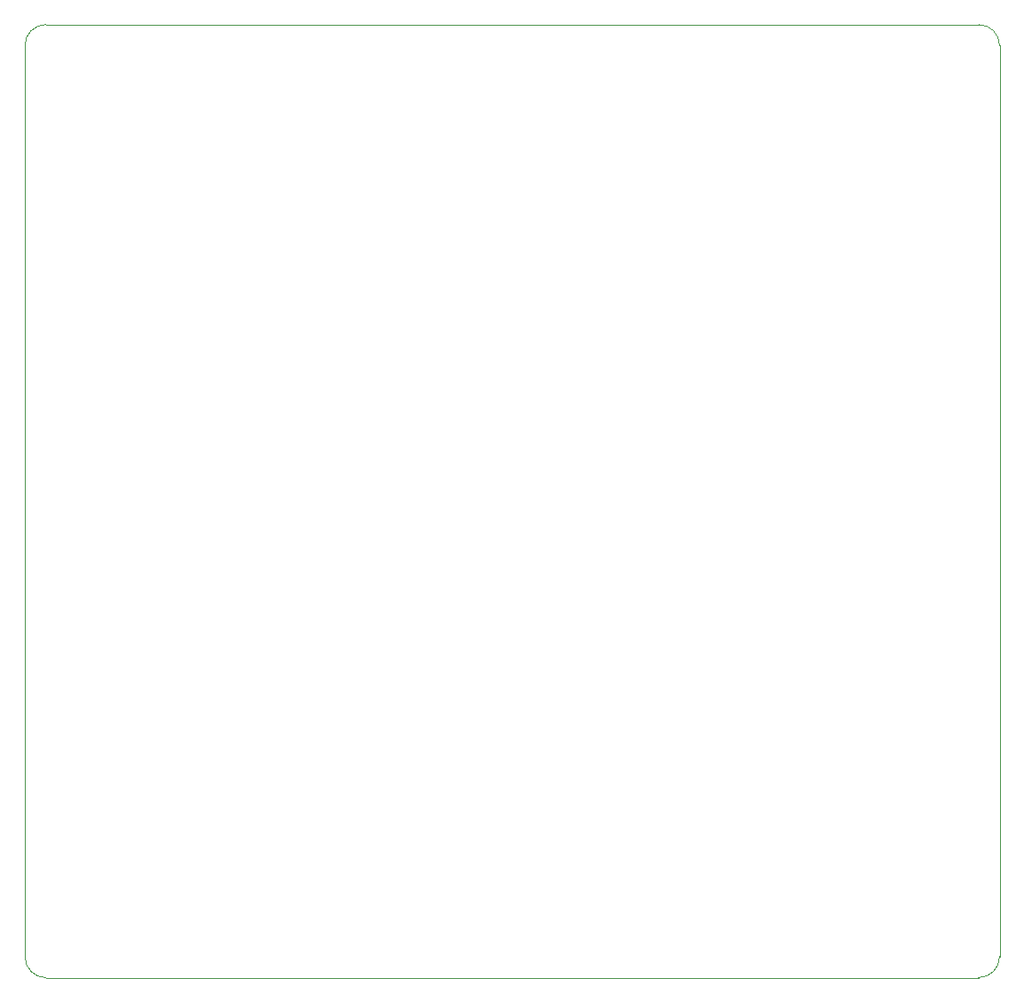
<source format=gm1>
%TF.GenerationSoftware,KiCad,Pcbnew,8.0.2*%
%TF.CreationDate,2024-05-29T13:58:31+02:00*%
%TF.ProjectId,porscheMuehk,706f7273-6368-4654-9d75-65686b2e6b69,rev?*%
%TF.SameCoordinates,Original*%
%TF.FileFunction,Profile,NP*%
%FSLAX46Y46*%
G04 Gerber Fmt 4.6, Leading zero omitted, Abs format (unit mm)*
G04 Created by KiCad (PCBNEW 8.0.2) date 2024-05-29 13:58:31*
%MOMM*%
%LPD*%
G01*
G04 APERTURE LIST*
%TA.AperFunction,Profile*%
%ADD10C,0.100000*%
%TD*%
G04 APERTURE END LIST*
D10*
X24000000Y-111000000D02*
G75*
G02*
X22000000Y-109000000I0J2000000D01*
G01*
X113000000Y-111000000D02*
X24000000Y-111000000D01*
X22000000Y-109000000D02*
X22000000Y-22000000D01*
X22000000Y-22000000D02*
G75*
G02*
X24000000Y-20000000I2000000J0D01*
G01*
X115000000Y-109000000D02*
G75*
G02*
X113000000Y-111000000I-2000000J0D01*
G01*
X113000000Y-20000000D02*
G75*
G02*
X115000000Y-22000000I0J-2000000D01*
G01*
X113000000Y-20000000D02*
X24000000Y-20000000D01*
X115000000Y-22000000D02*
X115000000Y-109000000D01*
M02*

</source>
